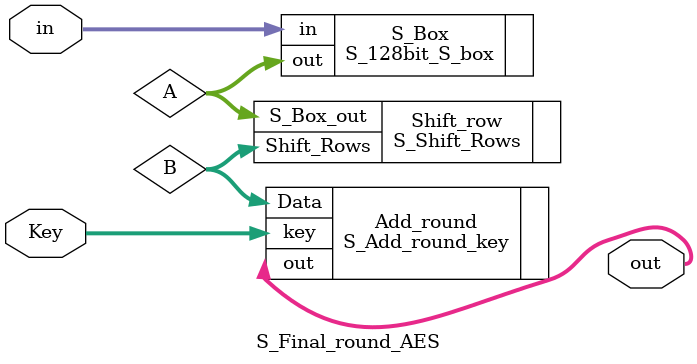
<source format=v>
module S_Final_round_AES(in,Key,out);
  
  input [127:0]in,Key;
  
  output [127:0]out;
  
  wire [127:0]A,B,C;
  
S_128bit_S_box S_Box (
                      .in(in), 
                      .out(A)
                     );

S_Shift_Rows Shift_row (
                        .S_Box_out(A), 
                        .Shift_Rows(B)
                       );
    
S_Add_round_key Add_round (
                           .Data(B), 
                           .key(Key), 
                           .out(out)
                          );
 
 endmodule

</source>
